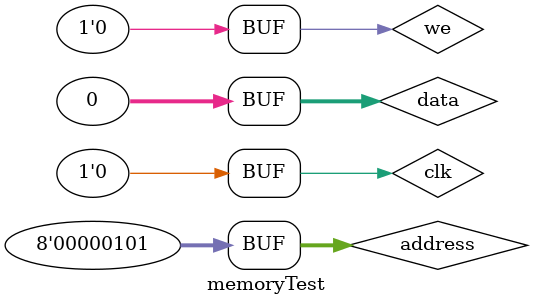
<source format=v>
`timescale 1ns / 1ps


module memoryTest;

	// Inputs
	reg clk;
	reg [7:0] address;
	reg [31:0] data;
	reg we;

	// Outputs
	wire [31:0] data_out;

	// Instantiate the Unit Under Test (UUT)
	Memory uut (
		.clk(clk), 
		.address(address), 
		.data(data), 
		.we(we), 
		.data_out(data_out)
	);

	initial begin
		// Initialize Inputs
		clk = 0;
		address = 0;
		data = 0;
		we = 0;

		// Wait 100 ns for global reset to finish
		#100;
        
		// Add stimulus here
		#10; clk = 1; address = 0; data = 1; we = 1;
		#10; clk = 0;
		#10; clk = 1; address = 1; data = 10; we = 1;
		#10; clk = 0;
		#10; clk = 1; address = 2; data = 100; we = 1;
		#10; clk = 0;
		#10; clk = 1; address = 3; data = 1000; we = 1;
		#10; clk = 0;
		#10; clk = 1; address = 4; data = 10000; we = 1;
		#10; clk = 0;
		#10; clk = 1; address = 5; data = 100000; we = 1;
		#10; clk = 0;
		#10; clk = 1; address = 6; data = 1000000; we = 1;
		#10; clk = 0;
		#10; clk = 1; address = 7; data = 10000000; we = 1;
		#10; clk = 0;
		#10; clk = 1; address = 0; data = 0; we = 1;
		#10; clk = 0;
		#10; clk = 1; address = 1; data = 15; we = 1;
		#10; clk = 0;
		#10; clk = 1; address = 2; data = 31; we = 1;
		#10; clk = 0;
		#10; clk = 1; address = 3; data = 63; we = 1;
		#10; clk = 0;
		#10; clk = 1; address = 4; data = 127; we = 1;
		#10; clk = 0;
		#10; clk = 1; address = 5; data = 255; we = 1;
		#10; clk = 0;
		#10; clk = 1; address = 6; data = 511; we = 1;
		#10; clk = 0;
		#10; clk = 1; address = 7; data = 1023; we = 1;
		#10; clk = 0;
		#10; clk = 1; address = 0; data = 0; we = 0;
		#10; clk = 0;
		#10; clk = 1; address = 5; data = 102; we = 1;
		#10; clk = 0;
		#10; clk = 1; address = 0; data = 0; we = 0;
		#10; clk = 0;
		#10; clk = 1;
		#10; clk = 0;
		#10; clk = 1; address = 5; data = 0; we = 0;
		#10; clk = 0;
		#5; clk = 1;
		#5; clk = 0;
		#5; clk = 1;
		#5; clk = 0;
		#5; clk = 1;
		#5; clk = 0;
		#5; clk = 1;
		#5; clk = 0;
		#5; clk = 1;
		#5; clk = 0;
		#5; clk = 1;
		#5; clk = 0;
		#5; clk = 1;
		#5; clk = 0;
		#5; clk = 1;
		#5; clk = 0;
		#5; clk = 1;
		#5; clk = 0;
		#5; clk = 1;
		#5; clk = 0;
		#5; clk = 1;
		#5; clk = 0;
		#5; clk = 1;
		#5; clk = 0;
		#5; clk = 1;
		#5; clk = 0;
		#5; clk = 1;
		#5; clk = 0;
		#5; clk = 1;
		#5; clk = 0;
		#5; clk = 1;
		#5; clk = 0;
		#5; clk = 1;
		#5; clk = 0;
		#5; clk = 1;
		#5; clk = 0;

	end
      
endmodule


</source>
